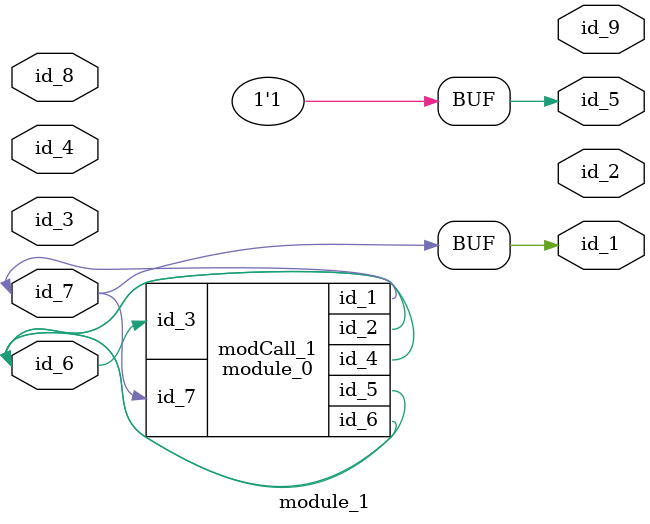
<source format=v>
module module_0 (
    id_1,
    id_2,
    id_3,
    id_4,
    id_5,
    id_6,
    id_7
);
  input wire id_7;
  output wire id_6;
  output wire id_5;
  inout wire id_4;
  input wire id_3;
  inout wire id_2;
  output wire id_1;
  wire \id_8 ;
endmodule
module module_1 (
    id_1,
    id_2,
    id_3,
    id_4,
    id_5,
    id_6,
    id_7,
    id_8,
    id_9
);
  output wire id_9;
  input wire id_8;
  input wire id_7;
  inout wire id_6;
  output tri id_5;
  input wire id_4;
  input wire id_3;
  output wire id_2;
  module_0 modCall_1 (
      id_1,
      id_6,
      id_6,
      id_6,
      id_6,
      id_6,
      id_7
  );
  output wire id_1;
  assign id_1 = id_7;
  assign id_5 = 1;
  wire  id_10  ,  id_11  ,  id_12  ,  id_13  ,  id_14  ,  id_15  ,  id_16  ,  id_17  ,  id_18  ,  id_19  ,  id_20  ,  id_21  ,  id_22  ,  id_23  ,  id_24  ,  id_25  ,  id_26  ,  id_27  ,  id_28  ,  id_29  ,  id_30  ,  id_31  ,  id_32  ,  id_33  ,  id_34  ,  id_35  ,  id_36  ,  id_37  ,  id_38  ,  id_39  ,  id_40  ,  id_41  ,  id_42  ,  id_43  ,  id_44  ,  id_45  ,  id_46  ,  id_47  ,  id_48  ,  id_49  ,  id_50  ,  id_51  ,  id_52  ,  id_53  ,  id_54  ,  id_55  ,  id_56  ,  id_57  ,  id_58  ,  id_59  ,  id_60  ,  id_61  ,  id_62  ,  id_63  ,  id_64  ,  id_65  ;
endmodule

</source>
